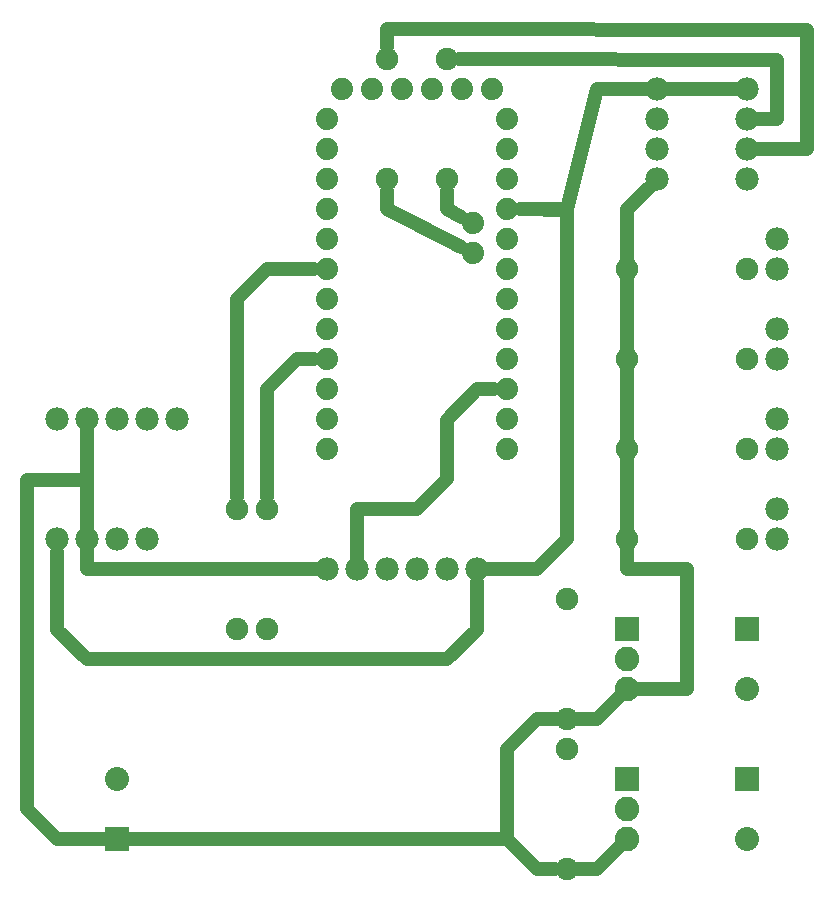
<source format=gtl>
G04 MADE WITH FRITZING*
G04 WWW.FRITZING.ORG*
G04 DOUBLE SIDED*
G04 HOLES PLATED*
G04 CONTOUR ON CENTER OF CONTOUR VECTOR*
%ASAXBY*%
%FSLAX23Y23*%
%MOIN*%
%OFA0B0*%
%SFA1.0B1.0*%
%ADD10C,0.075000*%
%ADD11C,0.074000*%
%ADD12C,0.078000*%
%ADD13C,0.082000*%
%ADD14C,0.080000*%
%ADD15R,0.082000X0.082000*%
%ADD16R,0.079986X0.080000*%
%ADD17C,0.048000*%
%LNCOPPER1*%
G90*
G70*
G54D10*
X1744Y2658D03*
X1744Y3058D03*
X1544Y2658D03*
X1544Y3058D03*
G54D11*
X1894Y2958D03*
X1794Y2958D03*
X1694Y2958D03*
X1594Y2958D03*
X1494Y2958D03*
X1394Y2958D03*
X1944Y2858D03*
X1944Y2758D03*
X1944Y2658D03*
X1944Y2558D03*
X1944Y2458D03*
X1829Y2513D03*
X1829Y2413D03*
X1944Y2358D03*
X1944Y2258D03*
X1944Y2158D03*
X1944Y2058D03*
X1944Y1958D03*
X1944Y1858D03*
X1944Y1758D03*
X1344Y1758D03*
X1344Y1858D03*
X1344Y1958D03*
X1344Y2058D03*
X1344Y2158D03*
X1344Y2258D03*
X1344Y2358D03*
X1344Y2458D03*
X1344Y2558D03*
X1344Y2658D03*
X1344Y2758D03*
X1344Y2858D03*
G54D12*
X1844Y1358D03*
X1744Y1358D03*
X1644Y1358D03*
X1544Y1358D03*
X1444Y1358D03*
X1344Y1358D03*
G54D13*
X2344Y658D03*
X2344Y558D03*
X2344Y458D03*
G54D14*
X2744Y1158D03*
X2744Y958D03*
X2744Y658D03*
X2744Y458D03*
X644Y458D03*
X644Y658D03*
G54D10*
X2144Y1258D03*
X2144Y858D03*
X2144Y358D03*
X2144Y758D03*
X1144Y1558D03*
X1144Y1158D03*
X1044Y1558D03*
X1044Y1158D03*
G54D12*
X844Y1858D03*
X744Y1858D03*
X644Y1858D03*
X544Y1858D03*
X444Y1858D03*
X2844Y2458D03*
X2844Y2358D03*
X2844Y2158D03*
X2844Y2058D03*
X2844Y1858D03*
X2844Y1758D03*
X2844Y1558D03*
X2844Y1458D03*
G54D10*
X2744Y1458D03*
X2344Y1458D03*
X2744Y1758D03*
X2344Y1758D03*
X2744Y2058D03*
X2344Y2058D03*
X2744Y2358D03*
X2344Y2358D03*
G54D12*
X2444Y2958D03*
X2444Y2858D03*
X2444Y2758D03*
X2444Y2658D03*
X2744Y2958D03*
X2744Y2858D03*
X2744Y2758D03*
X2744Y2658D03*
X744Y1458D03*
X644Y1458D03*
X544Y1458D03*
X444Y1458D03*
G54D13*
X2344Y1158D03*
X2344Y1058D03*
X2344Y958D03*
G54D15*
X2344Y658D03*
G54D16*
X2744Y1158D03*
X2744Y658D03*
X644Y458D03*
G54D15*
X2344Y1158D03*
G54D17*
X2703Y2958D02*
X2485Y2958D01*
D02*
X2144Y2558D02*
X1986Y2558D01*
D02*
X2403Y2958D02*
X2244Y2958D01*
D02*
X2244Y2958D02*
X2144Y2558D01*
D02*
X1444Y1558D02*
X1444Y1399D01*
D02*
X1645Y1558D02*
X1444Y1558D01*
D02*
X1743Y1659D02*
X1645Y1558D01*
D02*
X1743Y1857D02*
X1743Y1659D01*
D02*
X1902Y1958D02*
X1843Y1958D01*
D02*
X1843Y1958D02*
X1743Y1857D01*
D02*
X2043Y1359D02*
X2145Y1458D01*
D02*
X2143Y2557D02*
X1986Y2558D01*
D02*
X1885Y1358D02*
X2043Y1359D01*
D02*
X2145Y1458D02*
X2143Y2557D01*
D02*
X1144Y1958D02*
X1243Y2059D01*
D02*
X1144Y1598D02*
X1144Y1958D01*
D02*
X1243Y2059D02*
X1302Y2058D01*
D02*
X1045Y2258D02*
X1044Y1598D01*
D02*
X1302Y2358D02*
X1144Y2359D01*
D02*
X1144Y2359D02*
X1045Y2258D01*
D02*
X2945Y2758D02*
X2785Y2758D01*
D02*
X2945Y3157D02*
X2945Y2758D01*
D02*
X1545Y3159D02*
X2945Y3157D01*
D02*
X1544Y3098D02*
X1545Y3159D01*
D02*
X2845Y2859D02*
X2785Y2858D01*
D02*
X2845Y3056D02*
X2845Y2859D01*
D02*
X1784Y3058D02*
X2845Y3056D01*
D02*
X1744Y2558D02*
X1791Y2533D01*
D02*
X1545Y2558D02*
X1791Y2432D01*
D02*
X1544Y2618D02*
X1545Y2558D01*
D02*
X1744Y2618D02*
X1744Y2558D01*
D02*
X1744Y1058D02*
X1843Y1157D01*
D02*
X544Y1058D02*
X1744Y1058D01*
D02*
X1843Y1157D02*
X1844Y1317D01*
D02*
X444Y1417D02*
X443Y1157D01*
D02*
X443Y1157D02*
X544Y1058D01*
D02*
X544Y1657D02*
X544Y1488D01*
D02*
X345Y1657D02*
X544Y1657D01*
D02*
X344Y559D02*
X345Y1657D01*
D02*
X443Y459D02*
X344Y559D01*
D02*
X613Y458D02*
X443Y459D01*
D02*
X544Y1657D02*
X544Y1828D01*
D02*
X1314Y1358D02*
X544Y1358D01*
D02*
X544Y1358D02*
X544Y1428D01*
D02*
X2044Y358D02*
X1943Y458D01*
D02*
X1943Y458D02*
X686Y458D01*
D02*
X2104Y358D02*
X2044Y358D01*
D02*
X2244Y358D02*
X2321Y435D01*
D02*
X2173Y358D02*
X2244Y358D01*
D02*
X1943Y758D02*
X2044Y859D01*
D02*
X2044Y859D02*
X2115Y858D01*
D02*
X1943Y458D02*
X1943Y758D01*
D02*
X2321Y935D02*
X2244Y859D01*
D02*
X2244Y859D02*
X2173Y858D01*
D02*
X2344Y2329D02*
X2344Y2087D01*
D02*
X2344Y1787D02*
X2344Y2029D01*
D02*
X2344Y1487D02*
X2344Y1729D01*
D02*
X2343Y2558D02*
X2344Y2387D01*
D02*
X2423Y2637D02*
X2343Y2558D01*
D02*
X2544Y1359D02*
X2344Y1359D01*
D02*
X2544Y958D02*
X2544Y1359D01*
D02*
X2344Y1359D02*
X2344Y1429D01*
D02*
X2376Y958D02*
X2544Y958D01*
G04 End of Copper1*
M02*
</source>
